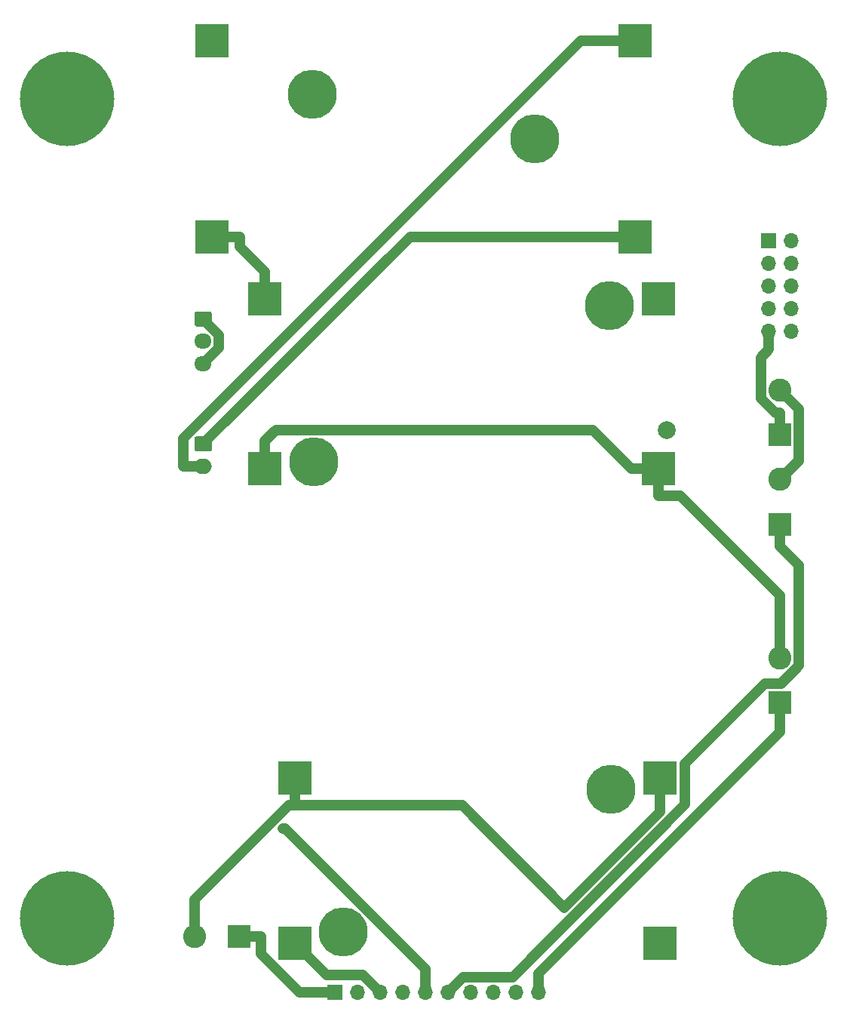
<source format=gbl>
G04 #@! TF.GenerationSoftware,KiCad,Pcbnew,5.1.10*
G04 #@! TF.CreationDate,2021-06-29T02:57:08-05:00*
G04 #@! TF.ProjectId,Power Board,506f7765-7220-4426-9f61-72642e6b6963,rev?*
G04 #@! TF.SameCoordinates,Original*
G04 #@! TF.FileFunction,Copper,L2,Bot*
G04 #@! TF.FilePolarity,Positive*
%FSLAX46Y46*%
G04 Gerber Fmt 4.6, Leading zero omitted, Abs format (unit mm)*
G04 Created by KiCad (PCBNEW 5.1.10) date 2021-06-29 02:57:08*
%MOMM*%
%LPD*%
G01*
G04 APERTURE LIST*
G04 #@! TA.AperFunction,ComponentPad*
%ADD10O,1.700000X1.700000*%
G04 #@! TD*
G04 #@! TA.AperFunction,ComponentPad*
%ADD11R,1.700000X1.700000*%
G04 #@! TD*
G04 #@! TA.AperFunction,ComponentPad*
%ADD12O,1.950000X1.700000*%
G04 #@! TD*
G04 #@! TA.AperFunction,ComponentPad*
%ADD13C,0.500000*%
G04 #@! TD*
G04 #@! TA.AperFunction,ComponentPad*
%ADD14C,5.500000*%
G04 #@! TD*
G04 #@! TA.AperFunction,ComponentPad*
%ADD15R,3.750000X3.750000*%
G04 #@! TD*
G04 #@! TA.AperFunction,ComponentPad*
%ADD16C,2.600000*%
G04 #@! TD*
G04 #@! TA.AperFunction,ComponentPad*
%ADD17R,2.600000X2.600000*%
G04 #@! TD*
G04 #@! TA.AperFunction,ComponentPad*
%ADD18C,2.000000*%
G04 #@! TD*
G04 #@! TA.AperFunction,ComponentPad*
%ADD19O,2.000000X1.700000*%
G04 #@! TD*
G04 #@! TA.AperFunction,ComponentPad*
%ADD20C,10.600000*%
G04 #@! TD*
G04 #@! TA.AperFunction,ComponentPad*
%ADD21C,0.900000*%
G04 #@! TD*
G04 #@! TA.AperFunction,ViaPad*
%ADD22C,0.800000*%
G04 #@! TD*
G04 #@! TA.AperFunction,Conductor*
%ADD23C,1.200000*%
G04 #@! TD*
G04 APERTURE END LIST*
D10*
X80360000Y-126250000D03*
X77820000Y-126250000D03*
X75280000Y-126250000D03*
X72740000Y-126250000D03*
X70200000Y-126250000D03*
X67660000Y-126250000D03*
X65120000Y-126250000D03*
X62580000Y-126250000D03*
X60040000Y-126250000D03*
D11*
X57500000Y-126250000D03*
D10*
X108790000Y-52120000D03*
X106250000Y-52120000D03*
X108790000Y-49580000D03*
X106250000Y-49580000D03*
X108790000Y-47040000D03*
X106250000Y-47040000D03*
X108790000Y-44500000D03*
X106250000Y-44500000D03*
X108790000Y-41960000D03*
D11*
X106250000Y-41960000D03*
D12*
X42750000Y-55750000D03*
X42750000Y-53250000D03*
G04 #@! TA.AperFunction,ComponentPad*
G36*
G01*
X42025000Y-49900000D02*
X43475000Y-49900000D01*
G75*
G02*
X43725000Y-50150000I0J-250000D01*
G01*
X43725000Y-51350000D01*
G75*
G02*
X43475000Y-51600000I-250000J0D01*
G01*
X42025000Y-51600000D01*
G75*
G02*
X41775000Y-51350000I0J250000D01*
G01*
X41775000Y-50150000D01*
G75*
G02*
X42025000Y-49900000I250000J0D01*
G01*
G37*
G04 #@! TD.AperFunction*
D13*
X78479720Y-29000000D03*
X56520280Y-23979720D03*
X52850000Y-25500000D03*
X53479720Y-27020280D03*
X56520280Y-27020280D03*
X57150000Y-25500000D03*
X55000000Y-27750000D03*
X81520280Y-28979720D03*
X77850000Y-30500000D03*
D14*
X80000000Y-30500000D03*
X55000000Y-25500000D03*
D13*
X80000000Y-28350000D03*
X55000000Y-23350000D03*
X53479720Y-23979720D03*
X80000000Y-32650000D03*
X82150000Y-30500000D03*
D15*
X91250000Y-41500000D03*
X91250000Y-19500000D03*
X43750000Y-41500000D03*
X43750000Y-19500000D03*
D13*
X78479720Y-32000000D03*
X81520280Y-32020280D03*
D16*
X41750000Y-120000000D03*
D17*
X46750000Y-120000000D03*
D15*
X53000000Y-120750000D03*
X53000000Y-102250000D03*
X94000000Y-120750000D03*
X94000000Y-102250000D03*
D13*
X90020280Y-105020280D03*
X86979720Y-105020280D03*
X90650000Y-103500000D03*
X86979720Y-101979720D03*
X88500000Y-105650000D03*
X88500000Y-101350000D03*
X90020280Y-101979720D03*
X86350000Y-103500000D03*
X60020280Y-117979720D03*
X58500000Y-117350000D03*
X56979720Y-117979720D03*
X56350000Y-119500000D03*
X56979720Y-121020280D03*
X60020280Y-121020280D03*
X60650000Y-119500000D03*
X58500000Y-121650000D03*
D14*
X88500000Y-103500000D03*
X58500000Y-119500000D03*
D15*
X93850000Y-48500000D03*
X93850000Y-67500000D03*
X49650000Y-48500000D03*
X49650000Y-67500000D03*
D13*
X53629720Y-65179720D03*
X56670280Y-65179720D03*
X53000000Y-66700000D03*
X56670280Y-68220280D03*
X55150000Y-64550000D03*
X55150000Y-68850000D03*
X53629720Y-68220280D03*
X57300000Y-66700000D03*
X86829720Y-50820280D03*
X88350000Y-51450000D03*
X89870280Y-50820280D03*
X90500000Y-49300000D03*
X89870280Y-47779720D03*
X86829720Y-47779720D03*
X86200000Y-49300000D03*
X88350000Y-47150000D03*
D14*
X55150000Y-66750000D03*
X88350000Y-49250000D03*
D18*
X94750000Y-63200000D03*
D16*
X107500000Y-58750000D03*
D17*
X107500000Y-63750000D03*
D16*
X107500000Y-68750000D03*
D17*
X107500000Y-73750000D03*
D19*
X42750000Y-67250000D03*
G04 #@! TA.AperFunction,ComponentPad*
G36*
G01*
X42000000Y-63900000D02*
X43500000Y-63900000D01*
G75*
G02*
X43750000Y-64150000I0J-250000D01*
G01*
X43750000Y-65350000D01*
G75*
G02*
X43500000Y-65600000I-250000J0D01*
G01*
X42000000Y-65600000D01*
G75*
G02*
X41750000Y-65350000I0J250000D01*
G01*
X41750000Y-64150000D01*
G75*
G02*
X42000000Y-63900000I250000J0D01*
G01*
G37*
G04 #@! TD.AperFunction*
D16*
X107500000Y-88750000D03*
D17*
X107500000Y-93750000D03*
D20*
X107500000Y-118000000D03*
D21*
X111475000Y-118000000D03*
X110310749Y-120810749D03*
X107500000Y-121975000D03*
X104689251Y-120810749D03*
X103525000Y-118000000D03*
X104689251Y-115189251D03*
X107500000Y-114025000D03*
X110310749Y-115189251D03*
D20*
X107500000Y-26000000D03*
D21*
X111475000Y-26000000D03*
X110310749Y-28810749D03*
X107500000Y-29975000D03*
X104689251Y-28810749D03*
X103525000Y-26000000D03*
X104689251Y-23189251D03*
X107500000Y-22025000D03*
X110310749Y-23189251D03*
D20*
X27500000Y-118000000D03*
D21*
X31475000Y-118000000D03*
X30310749Y-120810749D03*
X27500000Y-121975000D03*
X24689251Y-120810749D03*
X23525000Y-118000000D03*
X24689251Y-115189251D03*
X27500000Y-114025000D03*
X30310749Y-115189251D03*
D20*
X27500000Y-26000000D03*
D21*
X31475000Y-26000000D03*
X30310749Y-28810749D03*
X27500000Y-29975000D03*
X24689251Y-28810749D03*
X23525000Y-26000000D03*
X24689251Y-23189251D03*
X27500000Y-22025000D03*
X30310749Y-23189251D03*
D22*
X51712500Y-107920100D03*
X83295300Y-116767600D03*
D23*
X42750000Y-67250000D02*
X40550000Y-67250000D01*
X40550000Y-67250000D02*
X40550000Y-64105200D01*
X40550000Y-64105200D02*
X85155200Y-19500000D01*
X85155200Y-19500000D02*
X91250000Y-19500000D01*
X42750000Y-64750000D02*
X66000000Y-41500000D01*
X66000000Y-41500000D02*
X91250000Y-41500000D01*
X106250000Y-52120000D02*
X106250000Y-54170000D01*
X107500000Y-63750000D02*
X107500000Y-61250000D01*
X107500000Y-61250000D02*
X106965600Y-61250000D01*
X106965600Y-61250000D02*
X105362800Y-59647200D01*
X105362800Y-59647200D02*
X105362800Y-55057200D01*
X105362800Y-55057200D02*
X106250000Y-54170000D01*
X93850000Y-67500000D02*
X93850000Y-70575000D01*
X107500000Y-88750000D02*
X107500000Y-81774600D01*
X107500000Y-81774600D02*
X96300400Y-70575000D01*
X96300400Y-70575000D02*
X93850000Y-70575000D01*
X93850000Y-67500000D02*
X90775000Y-67500000D01*
X49650000Y-67500000D02*
X49650000Y-64425000D01*
X49650000Y-64425000D02*
X50883200Y-63191800D01*
X50883200Y-63191800D02*
X86466800Y-63191800D01*
X86466800Y-63191800D02*
X90775000Y-67500000D01*
X67660000Y-126250000D02*
X67660000Y-123619800D01*
X67660000Y-123619800D02*
X51960300Y-107920100D01*
X51960300Y-107920100D02*
X51712500Y-107920100D01*
X42750000Y-50750000D02*
X44527700Y-52527700D01*
X44527700Y-52527700D02*
X44527700Y-53972300D01*
X44527700Y-53972300D02*
X42750000Y-55750000D01*
X43750000Y-41500000D02*
X46825000Y-41500000D01*
X49650000Y-48500000D02*
X49650000Y-45425000D01*
X49650000Y-45425000D02*
X46825000Y-42600000D01*
X46825000Y-42600000D02*
X46825000Y-41500000D01*
X83295300Y-116767600D02*
X71852700Y-105325000D01*
X71852700Y-105325000D02*
X53000000Y-105325000D01*
X83295300Y-116767600D02*
X94000000Y-106062900D01*
X94000000Y-106062900D02*
X94000000Y-102250000D01*
X53000000Y-102250000D02*
X53000000Y-105325000D01*
X53000000Y-105325000D02*
X52327300Y-105325000D01*
X52327300Y-105325000D02*
X41750000Y-115902300D01*
X41750000Y-115902300D02*
X41750000Y-120000000D01*
X107500000Y-68750000D02*
X109600400Y-66649600D01*
X109600400Y-66649600D02*
X109600400Y-60850400D01*
X109600400Y-60850400D02*
X107500000Y-58750000D01*
X53000000Y-120750000D02*
X56588100Y-124338100D01*
X56588100Y-124338100D02*
X60668100Y-124338100D01*
X60668100Y-124338100D02*
X62580000Y-126250000D01*
X46750000Y-120000000D02*
X49250000Y-120000000D01*
X49250000Y-120000000D02*
X49250000Y-121953100D01*
X49250000Y-121953100D02*
X53546900Y-126250000D01*
X53546900Y-126250000D02*
X57500000Y-126250000D01*
X70200000Y-126250000D02*
X71886300Y-124563700D01*
X71886300Y-124563700D02*
X77479600Y-124563700D01*
X77479600Y-124563700D02*
X96844100Y-105199200D01*
X96844100Y-105199200D02*
X96844100Y-100621500D01*
X96844100Y-100621500D02*
X105816000Y-91649600D01*
X105816000Y-91649600D02*
X107620400Y-91649600D01*
X107620400Y-91649600D02*
X109629800Y-89640200D01*
X109629800Y-89640200D02*
X109629800Y-78379800D01*
X109629800Y-78379800D02*
X107500000Y-76250000D01*
X107500000Y-73750000D02*
X107500000Y-76250000D01*
X80360000Y-126250000D02*
X80360000Y-124200000D01*
X80360000Y-124200000D02*
X107500000Y-97060000D01*
X107500000Y-97060000D02*
X107500000Y-96250000D01*
X107500000Y-93750000D02*
X107500000Y-96250000D01*
M02*

</source>
